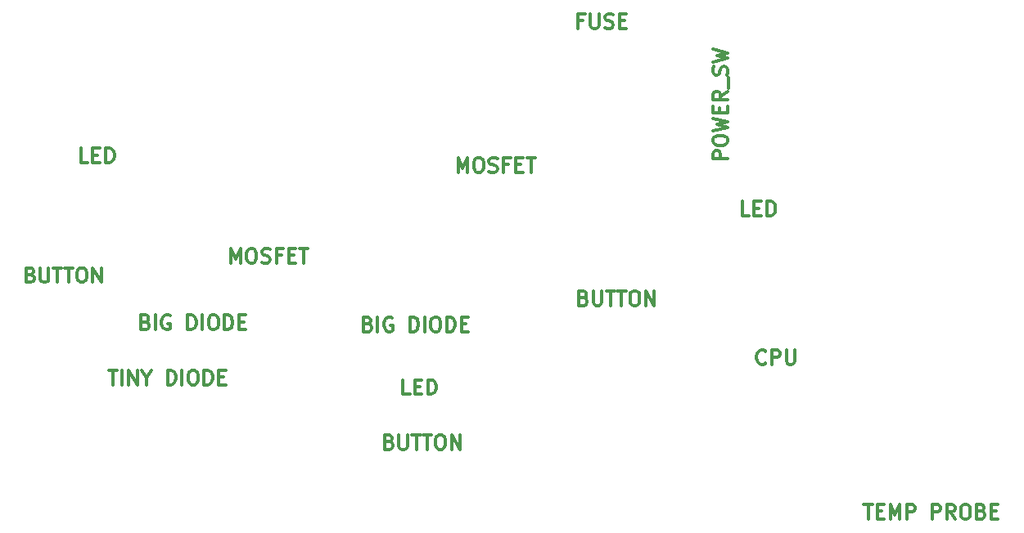
<source format=gbr>
G04 #@! TF.FileFunction,Other,Fab,Top*
%FSLAX46Y46*%
G04 Gerber Fmt 4.6, Leading zero omitted, Abs format (unit mm)*
G04 Created by KiCad (PCBNEW 4.0.7-e2-6376~61~ubuntu18.04.1) date Tue Jul 31 18:43:04 2018*
%MOMM*%
%LPD*%
G01*
G04 APERTURE LIST*
%ADD10C,0.100000*%
%ADD11C,0.300000*%
G04 APERTURE END LIST*
D10*
D11*
X123028572Y-82235714D02*
X122957143Y-82307143D01*
X122742857Y-82378571D01*
X122600000Y-82378571D01*
X122385715Y-82307143D01*
X122242857Y-82164286D01*
X122171429Y-82021429D01*
X122100000Y-81735714D01*
X122100000Y-81521429D01*
X122171429Y-81235714D01*
X122242857Y-81092857D01*
X122385715Y-80950000D01*
X122600000Y-80878571D01*
X122742857Y-80878571D01*
X122957143Y-80950000D01*
X123028572Y-81021429D01*
X123671429Y-82378571D02*
X123671429Y-80878571D01*
X124242857Y-80878571D01*
X124385715Y-80950000D01*
X124457143Y-81021429D01*
X124528572Y-81164286D01*
X124528572Y-81378571D01*
X124457143Y-81521429D01*
X124385715Y-81592857D01*
X124242857Y-81664286D01*
X123671429Y-81664286D01*
X125171429Y-80878571D02*
X125171429Y-82092857D01*
X125242857Y-82235714D01*
X125314286Y-82307143D01*
X125457143Y-82378571D01*
X125742857Y-82378571D01*
X125885715Y-82307143D01*
X125957143Y-82235714D01*
X126028572Y-82092857D01*
X126028572Y-80878571D01*
X55092857Y-82978571D02*
X55950000Y-82978571D01*
X55521429Y-84478571D02*
X55521429Y-82978571D01*
X56450000Y-84478571D02*
X56450000Y-82978571D01*
X57164286Y-84478571D02*
X57164286Y-82978571D01*
X58021429Y-84478571D01*
X58021429Y-82978571D01*
X59021429Y-83764286D02*
X59021429Y-84478571D01*
X58521429Y-82978571D02*
X59021429Y-83764286D01*
X59521429Y-82978571D01*
X61164286Y-84478571D02*
X61164286Y-82978571D01*
X61521429Y-82978571D01*
X61735714Y-83050000D01*
X61878572Y-83192857D01*
X61950000Y-83335714D01*
X62021429Y-83621429D01*
X62021429Y-83835714D01*
X61950000Y-84121429D01*
X61878572Y-84264286D01*
X61735714Y-84407143D01*
X61521429Y-84478571D01*
X61164286Y-84478571D01*
X62664286Y-84478571D02*
X62664286Y-82978571D01*
X63664286Y-82978571D02*
X63950000Y-82978571D01*
X64092858Y-83050000D01*
X64235715Y-83192857D01*
X64307143Y-83478571D01*
X64307143Y-83978571D01*
X64235715Y-84264286D01*
X64092858Y-84407143D01*
X63950000Y-84478571D01*
X63664286Y-84478571D01*
X63521429Y-84407143D01*
X63378572Y-84264286D01*
X63307143Y-83978571D01*
X63307143Y-83478571D01*
X63378572Y-83192857D01*
X63521429Y-83050000D01*
X63664286Y-82978571D01*
X64950001Y-84478571D02*
X64950001Y-82978571D01*
X65307144Y-82978571D01*
X65521429Y-83050000D01*
X65664287Y-83192857D01*
X65735715Y-83335714D01*
X65807144Y-83621429D01*
X65807144Y-83835714D01*
X65735715Y-84121429D01*
X65664287Y-84264286D01*
X65521429Y-84407143D01*
X65307144Y-84478571D01*
X64950001Y-84478571D01*
X66450001Y-83692857D02*
X66950001Y-83692857D01*
X67164287Y-84478571D02*
X66450001Y-84478571D01*
X66450001Y-82978571D01*
X67164287Y-82978571D01*
X104207143Y-75492857D02*
X104421429Y-75564286D01*
X104492857Y-75635714D01*
X104564286Y-75778571D01*
X104564286Y-75992857D01*
X104492857Y-76135714D01*
X104421429Y-76207143D01*
X104278571Y-76278571D01*
X103707143Y-76278571D01*
X103707143Y-74778571D01*
X104207143Y-74778571D01*
X104350000Y-74850000D01*
X104421429Y-74921429D01*
X104492857Y-75064286D01*
X104492857Y-75207143D01*
X104421429Y-75350000D01*
X104350000Y-75421429D01*
X104207143Y-75492857D01*
X103707143Y-75492857D01*
X105207143Y-74778571D02*
X105207143Y-75992857D01*
X105278571Y-76135714D01*
X105350000Y-76207143D01*
X105492857Y-76278571D01*
X105778571Y-76278571D01*
X105921429Y-76207143D01*
X105992857Y-76135714D01*
X106064286Y-75992857D01*
X106064286Y-74778571D01*
X106564286Y-74778571D02*
X107421429Y-74778571D01*
X106992858Y-76278571D02*
X106992858Y-74778571D01*
X107707143Y-74778571D02*
X108564286Y-74778571D01*
X108135715Y-76278571D02*
X108135715Y-74778571D01*
X109350000Y-74778571D02*
X109635714Y-74778571D01*
X109778572Y-74850000D01*
X109921429Y-74992857D01*
X109992857Y-75278571D01*
X109992857Y-75778571D01*
X109921429Y-76064286D01*
X109778572Y-76207143D01*
X109635714Y-76278571D01*
X109350000Y-76278571D01*
X109207143Y-76207143D01*
X109064286Y-76064286D01*
X108992857Y-75778571D01*
X108992857Y-75278571D01*
X109064286Y-74992857D01*
X109207143Y-74850000D01*
X109350000Y-74778571D01*
X110635715Y-76278571D02*
X110635715Y-74778571D01*
X111492858Y-76278571D01*
X111492858Y-74778571D01*
X81907143Y-78192857D02*
X82121429Y-78264286D01*
X82192857Y-78335714D01*
X82264286Y-78478571D01*
X82264286Y-78692857D01*
X82192857Y-78835714D01*
X82121429Y-78907143D01*
X81978571Y-78978571D01*
X81407143Y-78978571D01*
X81407143Y-77478571D01*
X81907143Y-77478571D01*
X82050000Y-77550000D01*
X82121429Y-77621429D01*
X82192857Y-77764286D01*
X82192857Y-77907143D01*
X82121429Y-78050000D01*
X82050000Y-78121429D01*
X81907143Y-78192857D01*
X81407143Y-78192857D01*
X82907143Y-78978571D02*
X82907143Y-77478571D01*
X84407143Y-77550000D02*
X84264286Y-77478571D01*
X84050000Y-77478571D01*
X83835715Y-77550000D01*
X83692857Y-77692857D01*
X83621429Y-77835714D01*
X83550000Y-78121429D01*
X83550000Y-78335714D01*
X83621429Y-78621429D01*
X83692857Y-78764286D01*
X83835715Y-78907143D01*
X84050000Y-78978571D01*
X84192857Y-78978571D01*
X84407143Y-78907143D01*
X84478572Y-78835714D01*
X84478572Y-78335714D01*
X84192857Y-78335714D01*
X86264286Y-78978571D02*
X86264286Y-77478571D01*
X86621429Y-77478571D01*
X86835714Y-77550000D01*
X86978572Y-77692857D01*
X87050000Y-77835714D01*
X87121429Y-78121429D01*
X87121429Y-78335714D01*
X87050000Y-78621429D01*
X86978572Y-78764286D01*
X86835714Y-78907143D01*
X86621429Y-78978571D01*
X86264286Y-78978571D01*
X87764286Y-78978571D02*
X87764286Y-77478571D01*
X88764286Y-77478571D02*
X89050000Y-77478571D01*
X89192858Y-77550000D01*
X89335715Y-77692857D01*
X89407143Y-77978571D01*
X89407143Y-78478571D01*
X89335715Y-78764286D01*
X89192858Y-78907143D01*
X89050000Y-78978571D01*
X88764286Y-78978571D01*
X88621429Y-78907143D01*
X88478572Y-78764286D01*
X88407143Y-78478571D01*
X88407143Y-77978571D01*
X88478572Y-77692857D01*
X88621429Y-77550000D01*
X88764286Y-77478571D01*
X90050001Y-78978571D02*
X90050001Y-77478571D01*
X90407144Y-77478571D01*
X90621429Y-77550000D01*
X90764287Y-77692857D01*
X90835715Y-77835714D01*
X90907144Y-78121429D01*
X90907144Y-78335714D01*
X90835715Y-78621429D01*
X90764287Y-78764286D01*
X90621429Y-78907143D01*
X90407144Y-78978571D01*
X90050001Y-78978571D01*
X91550001Y-78192857D02*
X92050001Y-78192857D01*
X92264287Y-78978571D02*
X91550001Y-78978571D01*
X91550001Y-77478571D01*
X92264287Y-77478571D01*
X67707143Y-71878571D02*
X67707143Y-70378571D01*
X68207143Y-71450000D01*
X68707143Y-70378571D01*
X68707143Y-71878571D01*
X69707143Y-70378571D02*
X69992857Y-70378571D01*
X70135715Y-70450000D01*
X70278572Y-70592857D01*
X70350000Y-70878571D01*
X70350000Y-71378571D01*
X70278572Y-71664286D01*
X70135715Y-71807143D01*
X69992857Y-71878571D01*
X69707143Y-71878571D01*
X69564286Y-71807143D01*
X69421429Y-71664286D01*
X69350000Y-71378571D01*
X69350000Y-70878571D01*
X69421429Y-70592857D01*
X69564286Y-70450000D01*
X69707143Y-70378571D01*
X70921429Y-71807143D02*
X71135715Y-71878571D01*
X71492858Y-71878571D01*
X71635715Y-71807143D01*
X71707144Y-71735714D01*
X71778572Y-71592857D01*
X71778572Y-71450000D01*
X71707144Y-71307143D01*
X71635715Y-71235714D01*
X71492858Y-71164286D01*
X71207144Y-71092857D01*
X71064286Y-71021429D01*
X70992858Y-70950000D01*
X70921429Y-70807143D01*
X70921429Y-70664286D01*
X70992858Y-70521429D01*
X71064286Y-70450000D01*
X71207144Y-70378571D01*
X71564286Y-70378571D01*
X71778572Y-70450000D01*
X72921429Y-71092857D02*
X72421429Y-71092857D01*
X72421429Y-71878571D02*
X72421429Y-70378571D01*
X73135715Y-70378571D01*
X73707143Y-71092857D02*
X74207143Y-71092857D01*
X74421429Y-71878571D02*
X73707143Y-71878571D01*
X73707143Y-70378571D01*
X74421429Y-70378571D01*
X74850000Y-70378571D02*
X75707143Y-70378571D01*
X75278572Y-71878571D02*
X75278572Y-70378571D01*
X91207143Y-62478571D02*
X91207143Y-60978571D01*
X91707143Y-62050000D01*
X92207143Y-60978571D01*
X92207143Y-62478571D01*
X93207143Y-60978571D02*
X93492857Y-60978571D01*
X93635715Y-61050000D01*
X93778572Y-61192857D01*
X93850000Y-61478571D01*
X93850000Y-61978571D01*
X93778572Y-62264286D01*
X93635715Y-62407143D01*
X93492857Y-62478571D01*
X93207143Y-62478571D01*
X93064286Y-62407143D01*
X92921429Y-62264286D01*
X92850000Y-61978571D01*
X92850000Y-61478571D01*
X92921429Y-61192857D01*
X93064286Y-61050000D01*
X93207143Y-60978571D01*
X94421429Y-62407143D02*
X94635715Y-62478571D01*
X94992858Y-62478571D01*
X95135715Y-62407143D01*
X95207144Y-62335714D01*
X95278572Y-62192857D01*
X95278572Y-62050000D01*
X95207144Y-61907143D01*
X95135715Y-61835714D01*
X94992858Y-61764286D01*
X94707144Y-61692857D01*
X94564286Y-61621429D01*
X94492858Y-61550000D01*
X94421429Y-61407143D01*
X94421429Y-61264286D01*
X94492858Y-61121429D01*
X94564286Y-61050000D01*
X94707144Y-60978571D01*
X95064286Y-60978571D01*
X95278572Y-61050000D01*
X96421429Y-61692857D02*
X95921429Y-61692857D01*
X95921429Y-62478571D02*
X95921429Y-60978571D01*
X96635715Y-60978571D01*
X97207143Y-61692857D02*
X97707143Y-61692857D01*
X97921429Y-62478571D02*
X97207143Y-62478571D01*
X97207143Y-60978571D01*
X97921429Y-60978571D01*
X98350000Y-60978571D02*
X99207143Y-60978571D01*
X98778572Y-62478571D02*
X98778572Y-60978571D01*
X104135715Y-46792857D02*
X103635715Y-46792857D01*
X103635715Y-47578571D02*
X103635715Y-46078571D01*
X104350001Y-46078571D01*
X104921429Y-46078571D02*
X104921429Y-47292857D01*
X104992857Y-47435714D01*
X105064286Y-47507143D01*
X105207143Y-47578571D01*
X105492857Y-47578571D01*
X105635715Y-47507143D01*
X105707143Y-47435714D01*
X105778572Y-47292857D01*
X105778572Y-46078571D01*
X106421429Y-47507143D02*
X106635715Y-47578571D01*
X106992858Y-47578571D01*
X107135715Y-47507143D01*
X107207144Y-47435714D01*
X107278572Y-47292857D01*
X107278572Y-47150000D01*
X107207144Y-47007143D01*
X107135715Y-46935714D01*
X106992858Y-46864286D01*
X106707144Y-46792857D01*
X106564286Y-46721429D01*
X106492858Y-46650000D01*
X106421429Y-46507143D01*
X106421429Y-46364286D01*
X106492858Y-46221429D01*
X106564286Y-46150000D01*
X106707144Y-46078571D01*
X107064286Y-46078571D01*
X107278572Y-46150000D01*
X107921429Y-46792857D02*
X108421429Y-46792857D01*
X108635715Y-47578571D02*
X107921429Y-47578571D01*
X107921429Y-46078571D01*
X108635715Y-46078571D01*
X119078571Y-61107143D02*
X117578571Y-61107143D01*
X117578571Y-60535715D01*
X117650000Y-60392857D01*
X117721429Y-60321429D01*
X117864286Y-60250000D01*
X118078571Y-60250000D01*
X118221429Y-60321429D01*
X118292857Y-60392857D01*
X118364286Y-60535715D01*
X118364286Y-61107143D01*
X117578571Y-59321429D02*
X117578571Y-59035715D01*
X117650000Y-58892857D01*
X117792857Y-58750000D01*
X118078571Y-58678572D01*
X118578571Y-58678572D01*
X118864286Y-58750000D01*
X119007143Y-58892857D01*
X119078571Y-59035715D01*
X119078571Y-59321429D01*
X119007143Y-59464286D01*
X118864286Y-59607143D01*
X118578571Y-59678572D01*
X118078571Y-59678572D01*
X117792857Y-59607143D01*
X117650000Y-59464286D01*
X117578571Y-59321429D01*
X117578571Y-58178571D02*
X119078571Y-57821428D01*
X118007143Y-57535714D01*
X119078571Y-57250000D01*
X117578571Y-56892857D01*
X118292857Y-56321428D02*
X118292857Y-55821428D01*
X119078571Y-55607142D02*
X119078571Y-56321428D01*
X117578571Y-56321428D01*
X117578571Y-55607142D01*
X119078571Y-54107142D02*
X118364286Y-54607142D01*
X119078571Y-54964285D02*
X117578571Y-54964285D01*
X117578571Y-54392857D01*
X117650000Y-54249999D01*
X117721429Y-54178571D01*
X117864286Y-54107142D01*
X118078571Y-54107142D01*
X118221429Y-54178571D01*
X118292857Y-54249999D01*
X118364286Y-54392857D01*
X118364286Y-54964285D01*
X119221429Y-53821428D02*
X119221429Y-52678571D01*
X119007143Y-52392857D02*
X119078571Y-52178571D01*
X119078571Y-51821428D01*
X119007143Y-51678571D01*
X118935714Y-51607142D01*
X118792857Y-51535714D01*
X118650000Y-51535714D01*
X118507143Y-51607142D01*
X118435714Y-51678571D01*
X118364286Y-51821428D01*
X118292857Y-52107142D01*
X118221429Y-52250000D01*
X118150000Y-52321428D01*
X118007143Y-52392857D01*
X117864286Y-52392857D01*
X117721429Y-52321428D01*
X117650000Y-52250000D01*
X117578571Y-52107142D01*
X117578571Y-51750000D01*
X117650000Y-51535714D01*
X117578571Y-51035714D02*
X119078571Y-50678571D01*
X118007143Y-50392857D01*
X119078571Y-50107143D01*
X117578571Y-49750000D01*
X84107143Y-90392857D02*
X84321429Y-90464286D01*
X84392857Y-90535714D01*
X84464286Y-90678571D01*
X84464286Y-90892857D01*
X84392857Y-91035714D01*
X84321429Y-91107143D01*
X84178571Y-91178571D01*
X83607143Y-91178571D01*
X83607143Y-89678571D01*
X84107143Y-89678571D01*
X84250000Y-89750000D01*
X84321429Y-89821429D01*
X84392857Y-89964286D01*
X84392857Y-90107143D01*
X84321429Y-90250000D01*
X84250000Y-90321429D01*
X84107143Y-90392857D01*
X83607143Y-90392857D01*
X85107143Y-89678571D02*
X85107143Y-90892857D01*
X85178571Y-91035714D01*
X85250000Y-91107143D01*
X85392857Y-91178571D01*
X85678571Y-91178571D01*
X85821429Y-91107143D01*
X85892857Y-91035714D01*
X85964286Y-90892857D01*
X85964286Y-89678571D01*
X86464286Y-89678571D02*
X87321429Y-89678571D01*
X86892858Y-91178571D02*
X86892858Y-89678571D01*
X87607143Y-89678571D02*
X88464286Y-89678571D01*
X88035715Y-91178571D02*
X88035715Y-89678571D01*
X89250000Y-89678571D02*
X89535714Y-89678571D01*
X89678572Y-89750000D01*
X89821429Y-89892857D01*
X89892857Y-90178571D01*
X89892857Y-90678571D01*
X89821429Y-90964286D01*
X89678572Y-91107143D01*
X89535714Y-91178571D01*
X89250000Y-91178571D01*
X89107143Y-91107143D01*
X88964286Y-90964286D01*
X88892857Y-90678571D01*
X88892857Y-90178571D01*
X88964286Y-89892857D01*
X89107143Y-89750000D01*
X89250000Y-89678571D01*
X90535715Y-91178571D02*
X90535715Y-89678571D01*
X91392858Y-91178571D01*
X91392858Y-89678571D01*
X47007143Y-73092857D02*
X47221429Y-73164286D01*
X47292857Y-73235714D01*
X47364286Y-73378571D01*
X47364286Y-73592857D01*
X47292857Y-73735714D01*
X47221429Y-73807143D01*
X47078571Y-73878571D01*
X46507143Y-73878571D01*
X46507143Y-72378571D01*
X47007143Y-72378571D01*
X47150000Y-72450000D01*
X47221429Y-72521429D01*
X47292857Y-72664286D01*
X47292857Y-72807143D01*
X47221429Y-72950000D01*
X47150000Y-73021429D01*
X47007143Y-73092857D01*
X46507143Y-73092857D01*
X48007143Y-72378571D02*
X48007143Y-73592857D01*
X48078571Y-73735714D01*
X48150000Y-73807143D01*
X48292857Y-73878571D01*
X48578571Y-73878571D01*
X48721429Y-73807143D01*
X48792857Y-73735714D01*
X48864286Y-73592857D01*
X48864286Y-72378571D01*
X49364286Y-72378571D02*
X50221429Y-72378571D01*
X49792858Y-73878571D02*
X49792858Y-72378571D01*
X50507143Y-72378571D02*
X51364286Y-72378571D01*
X50935715Y-73878571D02*
X50935715Y-72378571D01*
X52150000Y-72378571D02*
X52435714Y-72378571D01*
X52578572Y-72450000D01*
X52721429Y-72592857D01*
X52792857Y-72878571D01*
X52792857Y-73378571D01*
X52721429Y-73664286D01*
X52578572Y-73807143D01*
X52435714Y-73878571D01*
X52150000Y-73878571D01*
X52007143Y-73807143D01*
X51864286Y-73664286D01*
X51792857Y-73378571D01*
X51792857Y-72878571D01*
X51864286Y-72592857D01*
X52007143Y-72450000D01*
X52150000Y-72378571D01*
X53435715Y-73878571D02*
X53435715Y-72378571D01*
X54292858Y-73878571D01*
X54292858Y-72378571D01*
X58907143Y-77992857D02*
X59121429Y-78064286D01*
X59192857Y-78135714D01*
X59264286Y-78278571D01*
X59264286Y-78492857D01*
X59192857Y-78635714D01*
X59121429Y-78707143D01*
X58978571Y-78778571D01*
X58407143Y-78778571D01*
X58407143Y-77278571D01*
X58907143Y-77278571D01*
X59050000Y-77350000D01*
X59121429Y-77421429D01*
X59192857Y-77564286D01*
X59192857Y-77707143D01*
X59121429Y-77850000D01*
X59050000Y-77921429D01*
X58907143Y-77992857D01*
X58407143Y-77992857D01*
X59907143Y-78778571D02*
X59907143Y-77278571D01*
X61407143Y-77350000D02*
X61264286Y-77278571D01*
X61050000Y-77278571D01*
X60835715Y-77350000D01*
X60692857Y-77492857D01*
X60621429Y-77635714D01*
X60550000Y-77921429D01*
X60550000Y-78135714D01*
X60621429Y-78421429D01*
X60692857Y-78564286D01*
X60835715Y-78707143D01*
X61050000Y-78778571D01*
X61192857Y-78778571D01*
X61407143Y-78707143D01*
X61478572Y-78635714D01*
X61478572Y-78135714D01*
X61192857Y-78135714D01*
X63264286Y-78778571D02*
X63264286Y-77278571D01*
X63621429Y-77278571D01*
X63835714Y-77350000D01*
X63978572Y-77492857D01*
X64050000Y-77635714D01*
X64121429Y-77921429D01*
X64121429Y-78135714D01*
X64050000Y-78421429D01*
X63978572Y-78564286D01*
X63835714Y-78707143D01*
X63621429Y-78778571D01*
X63264286Y-78778571D01*
X64764286Y-78778571D02*
X64764286Y-77278571D01*
X65764286Y-77278571D02*
X66050000Y-77278571D01*
X66192858Y-77350000D01*
X66335715Y-77492857D01*
X66407143Y-77778571D01*
X66407143Y-78278571D01*
X66335715Y-78564286D01*
X66192858Y-78707143D01*
X66050000Y-78778571D01*
X65764286Y-78778571D01*
X65621429Y-78707143D01*
X65478572Y-78564286D01*
X65407143Y-78278571D01*
X65407143Y-77778571D01*
X65478572Y-77492857D01*
X65621429Y-77350000D01*
X65764286Y-77278571D01*
X67050001Y-78778571D02*
X67050001Y-77278571D01*
X67407144Y-77278571D01*
X67621429Y-77350000D01*
X67764287Y-77492857D01*
X67835715Y-77635714D01*
X67907144Y-77921429D01*
X67907144Y-78135714D01*
X67835715Y-78421429D01*
X67764287Y-78564286D01*
X67621429Y-78707143D01*
X67407144Y-78778571D01*
X67050001Y-78778571D01*
X68550001Y-77992857D02*
X69050001Y-77992857D01*
X69264287Y-78778571D02*
X68550001Y-78778571D01*
X68550001Y-77278571D01*
X69264287Y-77278571D01*
X121335715Y-66978571D02*
X120621429Y-66978571D01*
X120621429Y-65478571D01*
X121835715Y-66192857D02*
X122335715Y-66192857D01*
X122550001Y-66978571D02*
X121835715Y-66978571D01*
X121835715Y-65478571D01*
X122550001Y-65478571D01*
X123192858Y-66978571D02*
X123192858Y-65478571D01*
X123550001Y-65478571D01*
X123764286Y-65550000D01*
X123907144Y-65692857D01*
X123978572Y-65835714D01*
X124050001Y-66121429D01*
X124050001Y-66335714D01*
X123978572Y-66621429D01*
X123907144Y-66764286D01*
X123764286Y-66907143D01*
X123550001Y-66978571D01*
X123192858Y-66978571D01*
X86235715Y-85478571D02*
X85521429Y-85478571D01*
X85521429Y-83978571D01*
X86735715Y-84692857D02*
X87235715Y-84692857D01*
X87450001Y-85478571D02*
X86735715Y-85478571D01*
X86735715Y-83978571D01*
X87450001Y-83978571D01*
X88092858Y-85478571D02*
X88092858Y-83978571D01*
X88450001Y-83978571D01*
X88664286Y-84050000D01*
X88807144Y-84192857D01*
X88878572Y-84335714D01*
X88950001Y-84621429D01*
X88950001Y-84835714D01*
X88878572Y-85121429D01*
X88807144Y-85264286D01*
X88664286Y-85407143D01*
X88450001Y-85478571D01*
X88092858Y-85478571D01*
X52935715Y-61478571D02*
X52221429Y-61478571D01*
X52221429Y-59978571D01*
X53435715Y-60692857D02*
X53935715Y-60692857D01*
X54150001Y-61478571D02*
X53435715Y-61478571D01*
X53435715Y-59978571D01*
X54150001Y-59978571D01*
X54792858Y-61478571D02*
X54792858Y-59978571D01*
X55150001Y-59978571D01*
X55364286Y-60050000D01*
X55507144Y-60192857D01*
X55578572Y-60335714D01*
X55650001Y-60621429D01*
X55650001Y-60835714D01*
X55578572Y-61121429D01*
X55507144Y-61264286D01*
X55364286Y-61407143D01*
X55150001Y-61478571D01*
X54792858Y-61478571D01*
X133200000Y-96878571D02*
X134057143Y-96878571D01*
X133628572Y-98378571D02*
X133628572Y-96878571D01*
X134557143Y-97592857D02*
X135057143Y-97592857D01*
X135271429Y-98378571D02*
X134557143Y-98378571D01*
X134557143Y-96878571D01*
X135271429Y-96878571D01*
X135914286Y-98378571D02*
X135914286Y-96878571D01*
X136414286Y-97950000D01*
X136914286Y-96878571D01*
X136914286Y-98378571D01*
X137628572Y-98378571D02*
X137628572Y-96878571D01*
X138200000Y-96878571D01*
X138342858Y-96950000D01*
X138414286Y-97021429D01*
X138485715Y-97164286D01*
X138485715Y-97378571D01*
X138414286Y-97521429D01*
X138342858Y-97592857D01*
X138200000Y-97664286D01*
X137628572Y-97664286D01*
X140271429Y-98378571D02*
X140271429Y-96878571D01*
X140842857Y-96878571D01*
X140985715Y-96950000D01*
X141057143Y-97021429D01*
X141128572Y-97164286D01*
X141128572Y-97378571D01*
X141057143Y-97521429D01*
X140985715Y-97592857D01*
X140842857Y-97664286D01*
X140271429Y-97664286D01*
X142628572Y-98378571D02*
X142128572Y-97664286D01*
X141771429Y-98378571D02*
X141771429Y-96878571D01*
X142342857Y-96878571D01*
X142485715Y-96950000D01*
X142557143Y-97021429D01*
X142628572Y-97164286D01*
X142628572Y-97378571D01*
X142557143Y-97521429D01*
X142485715Y-97592857D01*
X142342857Y-97664286D01*
X141771429Y-97664286D01*
X143557143Y-96878571D02*
X143842857Y-96878571D01*
X143985715Y-96950000D01*
X144128572Y-97092857D01*
X144200000Y-97378571D01*
X144200000Y-97878571D01*
X144128572Y-98164286D01*
X143985715Y-98307143D01*
X143842857Y-98378571D01*
X143557143Y-98378571D01*
X143414286Y-98307143D01*
X143271429Y-98164286D01*
X143200000Y-97878571D01*
X143200000Y-97378571D01*
X143271429Y-97092857D01*
X143414286Y-96950000D01*
X143557143Y-96878571D01*
X145342858Y-97592857D02*
X145557144Y-97664286D01*
X145628572Y-97735714D01*
X145700001Y-97878571D01*
X145700001Y-98092857D01*
X145628572Y-98235714D01*
X145557144Y-98307143D01*
X145414286Y-98378571D01*
X144842858Y-98378571D01*
X144842858Y-96878571D01*
X145342858Y-96878571D01*
X145485715Y-96950000D01*
X145557144Y-97021429D01*
X145628572Y-97164286D01*
X145628572Y-97307143D01*
X145557144Y-97450000D01*
X145485715Y-97521429D01*
X145342858Y-97592857D01*
X144842858Y-97592857D01*
X146342858Y-97592857D02*
X146842858Y-97592857D01*
X147057144Y-98378571D02*
X146342858Y-98378571D01*
X146342858Y-96878571D01*
X147057144Y-96878571D01*
M02*

</source>
